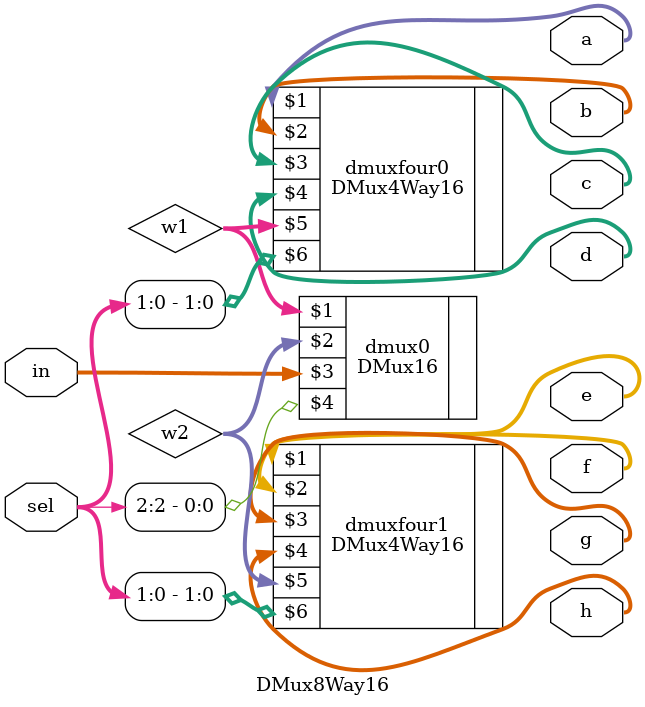
<source format=v>
`ifndef _DMux8Way16_
`define _DMux8Way16_

`include "DMux16.v"
`include "DMux4Way16.v"

module DMux8Way16 (a,b,c,d,e,f,g,h,in,sel);
  input [15:0] in;
  input[2:0] sel;
  output [15:0] a,b,c,d,e,f,g,h;
  wire [15:0] w1,w2;

  //Descrição
  DMux16 dmux0(w1,w2,in[15:0],sel[2]);
  DMux4Way16 dmuxfour0(a,b,c,d,w1,sel[1:0]);
  DMux4Way16 dmuxfour1(e,f,g,h,w2,sel[1:0]);

endmodule
`endif
</source>
